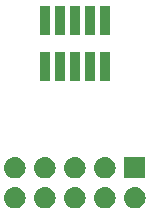
<source format=gbr>
G04 #@! TF.GenerationSoftware,KiCad,Pcbnew,(5.1.4)-1*
G04 #@! TF.CreationDate,2020-03-30T14:47:18-04:00*
G04 #@! TF.ProjectId,ProgAdapter,50726f67-4164-4617-9074-65722e6b6963,rev?*
G04 #@! TF.SameCoordinates,Original*
G04 #@! TF.FileFunction,Soldermask,Bot*
G04 #@! TF.FilePolarity,Negative*
%FSLAX46Y46*%
G04 Gerber Fmt 4.6, Leading zero omitted, Abs format (unit mm)*
G04 Created by KiCad (PCBNEW (5.1.4)-1) date 2020-03-30 14:47:18*
%MOMM*%
%LPD*%
G04 APERTURE LIST*
%ADD10C,0.100000*%
G04 APERTURE END LIST*
D10*
G36*
X119690443Y-96745519D02*
G01*
X119756627Y-96752037D01*
X119926466Y-96803557D01*
X120082991Y-96887222D01*
X120118729Y-96916552D01*
X120220186Y-96999814D01*
X120303448Y-97101271D01*
X120332778Y-97137009D01*
X120416443Y-97293534D01*
X120467963Y-97463373D01*
X120485359Y-97640000D01*
X120467963Y-97816627D01*
X120416443Y-97986466D01*
X120332778Y-98142991D01*
X120303448Y-98178729D01*
X120220186Y-98280186D01*
X120118729Y-98363448D01*
X120082991Y-98392778D01*
X119926466Y-98476443D01*
X119756627Y-98527963D01*
X119690442Y-98534482D01*
X119624260Y-98541000D01*
X119535740Y-98541000D01*
X119469558Y-98534482D01*
X119403373Y-98527963D01*
X119233534Y-98476443D01*
X119077009Y-98392778D01*
X119041271Y-98363448D01*
X118939814Y-98280186D01*
X118856552Y-98178729D01*
X118827222Y-98142991D01*
X118743557Y-97986466D01*
X118692037Y-97816627D01*
X118674641Y-97640000D01*
X118692037Y-97463373D01*
X118743557Y-97293534D01*
X118827222Y-97137009D01*
X118856552Y-97101271D01*
X118939814Y-96999814D01*
X119041271Y-96916552D01*
X119077009Y-96887222D01*
X119233534Y-96803557D01*
X119403373Y-96752037D01*
X119469557Y-96745519D01*
X119535740Y-96739000D01*
X119624260Y-96739000D01*
X119690443Y-96745519D01*
X119690443Y-96745519D01*
G37*
G36*
X114610443Y-96745519D02*
G01*
X114676627Y-96752037D01*
X114846466Y-96803557D01*
X115002991Y-96887222D01*
X115038729Y-96916552D01*
X115140186Y-96999814D01*
X115223448Y-97101271D01*
X115252778Y-97137009D01*
X115336443Y-97293534D01*
X115387963Y-97463373D01*
X115405359Y-97640000D01*
X115387963Y-97816627D01*
X115336443Y-97986466D01*
X115252778Y-98142991D01*
X115223448Y-98178729D01*
X115140186Y-98280186D01*
X115038729Y-98363448D01*
X115002991Y-98392778D01*
X114846466Y-98476443D01*
X114676627Y-98527963D01*
X114610442Y-98534482D01*
X114544260Y-98541000D01*
X114455740Y-98541000D01*
X114389558Y-98534482D01*
X114323373Y-98527963D01*
X114153534Y-98476443D01*
X113997009Y-98392778D01*
X113961271Y-98363448D01*
X113859814Y-98280186D01*
X113776552Y-98178729D01*
X113747222Y-98142991D01*
X113663557Y-97986466D01*
X113612037Y-97816627D01*
X113594641Y-97640000D01*
X113612037Y-97463373D01*
X113663557Y-97293534D01*
X113747222Y-97137009D01*
X113776552Y-97101271D01*
X113859814Y-96999814D01*
X113961271Y-96916552D01*
X113997009Y-96887222D01*
X114153534Y-96803557D01*
X114323373Y-96752037D01*
X114389557Y-96745519D01*
X114455740Y-96739000D01*
X114544260Y-96739000D01*
X114610443Y-96745519D01*
X114610443Y-96745519D01*
G37*
G36*
X112070443Y-96745519D02*
G01*
X112136627Y-96752037D01*
X112306466Y-96803557D01*
X112462991Y-96887222D01*
X112498729Y-96916552D01*
X112600186Y-96999814D01*
X112683448Y-97101271D01*
X112712778Y-97137009D01*
X112796443Y-97293534D01*
X112847963Y-97463373D01*
X112865359Y-97640000D01*
X112847963Y-97816627D01*
X112796443Y-97986466D01*
X112712778Y-98142991D01*
X112683448Y-98178729D01*
X112600186Y-98280186D01*
X112498729Y-98363448D01*
X112462991Y-98392778D01*
X112306466Y-98476443D01*
X112136627Y-98527963D01*
X112070442Y-98534482D01*
X112004260Y-98541000D01*
X111915740Y-98541000D01*
X111849558Y-98534482D01*
X111783373Y-98527963D01*
X111613534Y-98476443D01*
X111457009Y-98392778D01*
X111421271Y-98363448D01*
X111319814Y-98280186D01*
X111236552Y-98178729D01*
X111207222Y-98142991D01*
X111123557Y-97986466D01*
X111072037Y-97816627D01*
X111054641Y-97640000D01*
X111072037Y-97463373D01*
X111123557Y-97293534D01*
X111207222Y-97137009D01*
X111236552Y-97101271D01*
X111319814Y-96999814D01*
X111421271Y-96916552D01*
X111457009Y-96887222D01*
X111613534Y-96803557D01*
X111783373Y-96752037D01*
X111849557Y-96745519D01*
X111915740Y-96739000D01*
X112004260Y-96739000D01*
X112070443Y-96745519D01*
X112070443Y-96745519D01*
G37*
G36*
X109530443Y-96745519D02*
G01*
X109596627Y-96752037D01*
X109766466Y-96803557D01*
X109922991Y-96887222D01*
X109958729Y-96916552D01*
X110060186Y-96999814D01*
X110143448Y-97101271D01*
X110172778Y-97137009D01*
X110256443Y-97293534D01*
X110307963Y-97463373D01*
X110325359Y-97640000D01*
X110307963Y-97816627D01*
X110256443Y-97986466D01*
X110172778Y-98142991D01*
X110143448Y-98178729D01*
X110060186Y-98280186D01*
X109958729Y-98363448D01*
X109922991Y-98392778D01*
X109766466Y-98476443D01*
X109596627Y-98527963D01*
X109530442Y-98534482D01*
X109464260Y-98541000D01*
X109375740Y-98541000D01*
X109309558Y-98534482D01*
X109243373Y-98527963D01*
X109073534Y-98476443D01*
X108917009Y-98392778D01*
X108881271Y-98363448D01*
X108779814Y-98280186D01*
X108696552Y-98178729D01*
X108667222Y-98142991D01*
X108583557Y-97986466D01*
X108532037Y-97816627D01*
X108514641Y-97640000D01*
X108532037Y-97463373D01*
X108583557Y-97293534D01*
X108667222Y-97137009D01*
X108696552Y-97101271D01*
X108779814Y-96999814D01*
X108881271Y-96916552D01*
X108917009Y-96887222D01*
X109073534Y-96803557D01*
X109243373Y-96752037D01*
X109309557Y-96745519D01*
X109375740Y-96739000D01*
X109464260Y-96739000D01*
X109530443Y-96745519D01*
X109530443Y-96745519D01*
G37*
G36*
X117150443Y-96745519D02*
G01*
X117216627Y-96752037D01*
X117386466Y-96803557D01*
X117542991Y-96887222D01*
X117578729Y-96916552D01*
X117680186Y-96999814D01*
X117763448Y-97101271D01*
X117792778Y-97137009D01*
X117876443Y-97293534D01*
X117927963Y-97463373D01*
X117945359Y-97640000D01*
X117927963Y-97816627D01*
X117876443Y-97986466D01*
X117792778Y-98142991D01*
X117763448Y-98178729D01*
X117680186Y-98280186D01*
X117578729Y-98363448D01*
X117542991Y-98392778D01*
X117386466Y-98476443D01*
X117216627Y-98527963D01*
X117150442Y-98534482D01*
X117084260Y-98541000D01*
X116995740Y-98541000D01*
X116929558Y-98534482D01*
X116863373Y-98527963D01*
X116693534Y-98476443D01*
X116537009Y-98392778D01*
X116501271Y-98363448D01*
X116399814Y-98280186D01*
X116316552Y-98178729D01*
X116287222Y-98142991D01*
X116203557Y-97986466D01*
X116152037Y-97816627D01*
X116134641Y-97640000D01*
X116152037Y-97463373D01*
X116203557Y-97293534D01*
X116287222Y-97137009D01*
X116316552Y-97101271D01*
X116399814Y-96999814D01*
X116501271Y-96916552D01*
X116537009Y-96887222D01*
X116693534Y-96803557D01*
X116863373Y-96752037D01*
X116929557Y-96745519D01*
X116995740Y-96739000D01*
X117084260Y-96739000D01*
X117150443Y-96745519D01*
X117150443Y-96745519D01*
G37*
G36*
X114610442Y-94205518D02*
G01*
X114676627Y-94212037D01*
X114846466Y-94263557D01*
X115002991Y-94347222D01*
X115038729Y-94376552D01*
X115140186Y-94459814D01*
X115223448Y-94561271D01*
X115252778Y-94597009D01*
X115336443Y-94753534D01*
X115387963Y-94923373D01*
X115405359Y-95100000D01*
X115387963Y-95276627D01*
X115336443Y-95446466D01*
X115252778Y-95602991D01*
X115223448Y-95638729D01*
X115140186Y-95740186D01*
X115038729Y-95823448D01*
X115002991Y-95852778D01*
X114846466Y-95936443D01*
X114676627Y-95987963D01*
X114610442Y-95994482D01*
X114544260Y-96001000D01*
X114455740Y-96001000D01*
X114389557Y-95994481D01*
X114323373Y-95987963D01*
X114153534Y-95936443D01*
X113997009Y-95852778D01*
X113961271Y-95823448D01*
X113859814Y-95740186D01*
X113776552Y-95638729D01*
X113747222Y-95602991D01*
X113663557Y-95446466D01*
X113612037Y-95276627D01*
X113594641Y-95100000D01*
X113612037Y-94923373D01*
X113663557Y-94753534D01*
X113747222Y-94597009D01*
X113776552Y-94561271D01*
X113859814Y-94459814D01*
X113961271Y-94376552D01*
X113997009Y-94347222D01*
X114153534Y-94263557D01*
X114323373Y-94212037D01*
X114389558Y-94205518D01*
X114455740Y-94199000D01*
X114544260Y-94199000D01*
X114610442Y-94205518D01*
X114610442Y-94205518D01*
G37*
G36*
X120481000Y-96001000D02*
G01*
X118679000Y-96001000D01*
X118679000Y-94199000D01*
X120481000Y-94199000D01*
X120481000Y-96001000D01*
X120481000Y-96001000D01*
G37*
G36*
X117150442Y-94205518D02*
G01*
X117216627Y-94212037D01*
X117386466Y-94263557D01*
X117542991Y-94347222D01*
X117578729Y-94376552D01*
X117680186Y-94459814D01*
X117763448Y-94561271D01*
X117792778Y-94597009D01*
X117876443Y-94753534D01*
X117927963Y-94923373D01*
X117945359Y-95100000D01*
X117927963Y-95276627D01*
X117876443Y-95446466D01*
X117792778Y-95602991D01*
X117763448Y-95638729D01*
X117680186Y-95740186D01*
X117578729Y-95823448D01*
X117542991Y-95852778D01*
X117386466Y-95936443D01*
X117216627Y-95987963D01*
X117150442Y-95994482D01*
X117084260Y-96001000D01*
X116995740Y-96001000D01*
X116929557Y-95994481D01*
X116863373Y-95987963D01*
X116693534Y-95936443D01*
X116537009Y-95852778D01*
X116501271Y-95823448D01*
X116399814Y-95740186D01*
X116316552Y-95638729D01*
X116287222Y-95602991D01*
X116203557Y-95446466D01*
X116152037Y-95276627D01*
X116134641Y-95100000D01*
X116152037Y-94923373D01*
X116203557Y-94753534D01*
X116287222Y-94597009D01*
X116316552Y-94561271D01*
X116399814Y-94459814D01*
X116501271Y-94376552D01*
X116537009Y-94347222D01*
X116693534Y-94263557D01*
X116863373Y-94212037D01*
X116929558Y-94205518D01*
X116995740Y-94199000D01*
X117084260Y-94199000D01*
X117150442Y-94205518D01*
X117150442Y-94205518D01*
G37*
G36*
X112070442Y-94205518D02*
G01*
X112136627Y-94212037D01*
X112306466Y-94263557D01*
X112462991Y-94347222D01*
X112498729Y-94376552D01*
X112600186Y-94459814D01*
X112683448Y-94561271D01*
X112712778Y-94597009D01*
X112796443Y-94753534D01*
X112847963Y-94923373D01*
X112865359Y-95100000D01*
X112847963Y-95276627D01*
X112796443Y-95446466D01*
X112712778Y-95602991D01*
X112683448Y-95638729D01*
X112600186Y-95740186D01*
X112498729Y-95823448D01*
X112462991Y-95852778D01*
X112306466Y-95936443D01*
X112136627Y-95987963D01*
X112070442Y-95994482D01*
X112004260Y-96001000D01*
X111915740Y-96001000D01*
X111849557Y-95994481D01*
X111783373Y-95987963D01*
X111613534Y-95936443D01*
X111457009Y-95852778D01*
X111421271Y-95823448D01*
X111319814Y-95740186D01*
X111236552Y-95638729D01*
X111207222Y-95602991D01*
X111123557Y-95446466D01*
X111072037Y-95276627D01*
X111054641Y-95100000D01*
X111072037Y-94923373D01*
X111123557Y-94753534D01*
X111207222Y-94597009D01*
X111236552Y-94561271D01*
X111319814Y-94459814D01*
X111421271Y-94376552D01*
X111457009Y-94347222D01*
X111613534Y-94263557D01*
X111783373Y-94212037D01*
X111849558Y-94205518D01*
X111915740Y-94199000D01*
X112004260Y-94199000D01*
X112070442Y-94205518D01*
X112070442Y-94205518D01*
G37*
G36*
X109530442Y-94205518D02*
G01*
X109596627Y-94212037D01*
X109766466Y-94263557D01*
X109922991Y-94347222D01*
X109958729Y-94376552D01*
X110060186Y-94459814D01*
X110143448Y-94561271D01*
X110172778Y-94597009D01*
X110256443Y-94753534D01*
X110307963Y-94923373D01*
X110325359Y-95100000D01*
X110307963Y-95276627D01*
X110256443Y-95446466D01*
X110172778Y-95602991D01*
X110143448Y-95638729D01*
X110060186Y-95740186D01*
X109958729Y-95823448D01*
X109922991Y-95852778D01*
X109766466Y-95936443D01*
X109596627Y-95987963D01*
X109530442Y-95994482D01*
X109464260Y-96001000D01*
X109375740Y-96001000D01*
X109309557Y-95994481D01*
X109243373Y-95987963D01*
X109073534Y-95936443D01*
X108917009Y-95852778D01*
X108881271Y-95823448D01*
X108779814Y-95740186D01*
X108696552Y-95638729D01*
X108667222Y-95602991D01*
X108583557Y-95446466D01*
X108532037Y-95276627D01*
X108514641Y-95100000D01*
X108532037Y-94923373D01*
X108583557Y-94753534D01*
X108667222Y-94597009D01*
X108696552Y-94561271D01*
X108779814Y-94459814D01*
X108881271Y-94376552D01*
X108917009Y-94347222D01*
X109073534Y-94263557D01*
X109243373Y-94212037D01*
X109309558Y-94205518D01*
X109375740Y-94199000D01*
X109464260Y-94199000D01*
X109530442Y-94205518D01*
X109530442Y-94205518D01*
G37*
G36*
X116191000Y-87801000D02*
G01*
X115349000Y-87801000D01*
X115349000Y-85299000D01*
X116191000Y-85299000D01*
X116191000Y-87801000D01*
X116191000Y-87801000D01*
G37*
G36*
X112381000Y-87801000D02*
G01*
X111539000Y-87801000D01*
X111539000Y-85299000D01*
X112381000Y-85299000D01*
X112381000Y-87801000D01*
X112381000Y-87801000D01*
G37*
G36*
X113651000Y-87801000D02*
G01*
X112809000Y-87801000D01*
X112809000Y-85299000D01*
X113651000Y-85299000D01*
X113651000Y-87801000D01*
X113651000Y-87801000D01*
G37*
G36*
X117461000Y-87801000D02*
G01*
X116619000Y-87801000D01*
X116619000Y-85299000D01*
X117461000Y-85299000D01*
X117461000Y-87801000D01*
X117461000Y-87801000D01*
G37*
G36*
X114921000Y-87801000D02*
G01*
X114079000Y-87801000D01*
X114079000Y-85299000D01*
X114921000Y-85299000D01*
X114921000Y-87801000D01*
X114921000Y-87801000D01*
G37*
G36*
X112381000Y-83901000D02*
G01*
X111539000Y-83901000D01*
X111539000Y-81399000D01*
X112381000Y-81399000D01*
X112381000Y-83901000D01*
X112381000Y-83901000D01*
G37*
G36*
X113651000Y-83901000D02*
G01*
X112809000Y-83901000D01*
X112809000Y-81399000D01*
X113651000Y-81399000D01*
X113651000Y-83901000D01*
X113651000Y-83901000D01*
G37*
G36*
X114921000Y-83901000D02*
G01*
X114079000Y-83901000D01*
X114079000Y-81399000D01*
X114921000Y-81399000D01*
X114921000Y-83901000D01*
X114921000Y-83901000D01*
G37*
G36*
X116191000Y-83901000D02*
G01*
X115349000Y-83901000D01*
X115349000Y-81399000D01*
X116191000Y-81399000D01*
X116191000Y-83901000D01*
X116191000Y-83901000D01*
G37*
G36*
X117461000Y-83901000D02*
G01*
X116619000Y-83901000D01*
X116619000Y-81399000D01*
X117461000Y-81399000D01*
X117461000Y-83901000D01*
X117461000Y-83901000D01*
G37*
M02*

</source>
